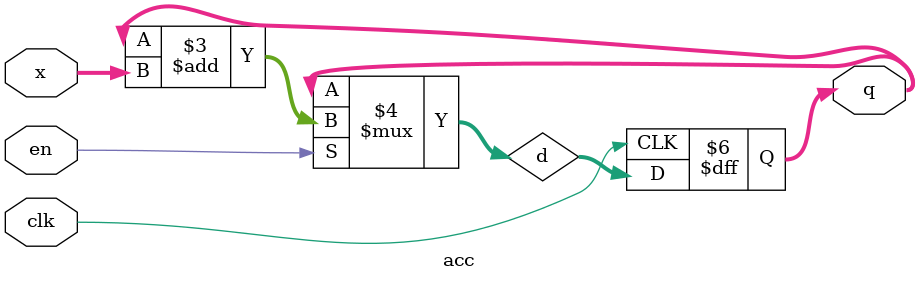
<source format=sv>

module acc (input clk, input [31:0] x, input en, output [31:0] q);
    bit [31:0] d, q;
    always_ff @(posedge clk) q <= #1ns d;
    always_comb begin
        d <= #2ns q;
        if (en) d <= #2ns q+x;
    end
endmodule

// CHECK: proc %acc.always_ff.45.0 (i1$ %clk, i32$ %d) -> (i32$ %q) {
// CHECK: init:
// CHECK:     %clk.prb = prb i1$ %clk
// CHECK: check:
// CHECK:     %clk.prb1 = prb i1$ %clk
// CHECK: }

</source>
